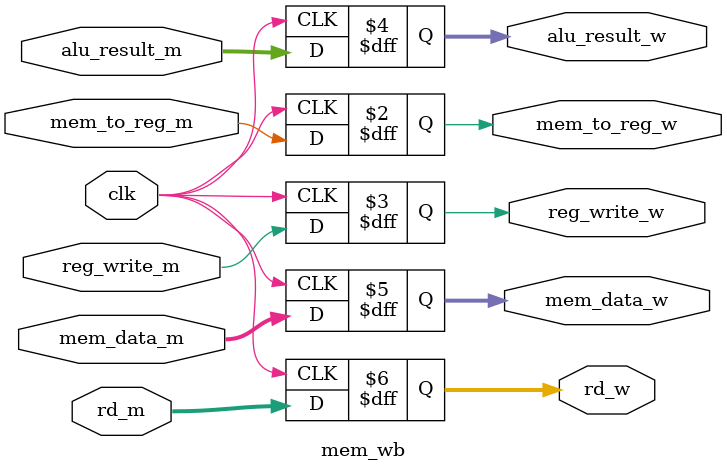
<source format=v>
module mem_wb(
    input clk,
    input mem_to_reg_m, reg_write_m,
    input [15:0] alu_result_m, mem_data_m,
    input [2:0] rd_m,
    output reg mem_to_reg_w, reg_write_w,
    output reg [15:0] alu_result_w, mem_data_w,
    output reg [2:0] rd_w
);
    always @(posedge clk) begin
        // Control Signals
        mem_to_reg_w <= mem_to_reg_m;
        reg_write_w <= reg_write_m;

        // Data Signals
        alu_result_w <= alu_result_m;
        mem_data_w <= mem_data_m;

        // Destination Register
        rd_w <= rd_m;
    end
endmodule

</source>
